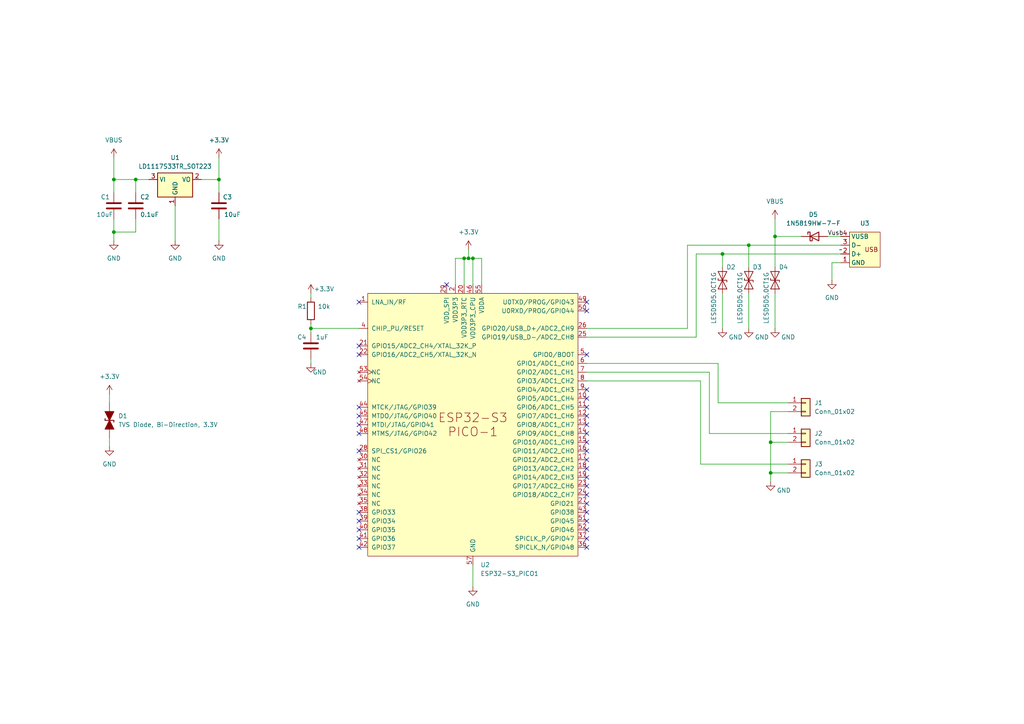
<source format=kicad_sch>
(kicad_sch (version 20230121) (generator eeschema)
  (paper "A4")
  (title_block (title "MoozyNano") (date "2023-07-21") (rev "0.1") (company "Author : Laurent Claude - www.Moozy.click") (comment 1 "License : Open Source Hardware - CC BY-SA 4.0"))
  (lib_symbols
    (symbol "1_Laurent_Librairie:PCB_USC-connector"
      (property "Reference" "U" (at 0 0 0))
      (symbol "PCB_USC-connector_1_1"
        (rectangle (start 2.54 5.08) (end 11.43 -5.08) (fill (type background)))
        (rectangle (start 8.89 0) (end 8.89 0))
        (text "USB" (at 8.89 0 0) (effects (font (size 1.27 1.27))))
        (pin power_in line (at 0 3.81 0) (length 2.54) (name "GND") (number "1"))
        (pin bidirectional line (at 0 1.27 0) (length 2.54) (name "D+") (number "2"))
        (pin bidirectional line (at 0 -1.27 0) (length 2.54) (name "D-") (number "3"))
        (pin power_in line (at 0 -3.81 0) (length 2.54) (name "VUSB") (number "4"))
      )
    )
    (symbol "Connector_Generic:Conn_01x02" (pin_names (offset 1.016) hide)
      (property "Reference" "J" (at 0 2.54 0))
      (property "Value" "Conn_01x02" (at 0 -5.08 0))
      (symbol "Conn_01x02_1_1"
        (rectangle (start -1.27 -2.413) (end 0 -2.667) (stroke (width 0.1524)))
        (rectangle (start -1.27 0.127) (end 0 -0.127) (stroke (width 0.1524)))
        (rectangle (start -1.27 1.27) (end 1.27 -3.81) (stroke (width 0.254)) (fill (type background)))
        (pin passive line (at -5.08 0 0) (length 3.81) (name "Pin_1") (number "1"))
        (pin passive line (at -5.08 -2.54 0) (length 3.81) (name "Pin_2") (number "2"))
      )
    )
    (symbol "Device:C" (pin_numbers hide) (pin_names (offset 0.254))
      (property "Reference" "C" (at 0.635 2.54 0))
      (property "Value" "C" (at 0.635 -2.54 0))
      (symbol "C_0_1"
        (polyline (pts (xy -2.032 -0.762) (xy 2.032 -0.762)) (stroke (width 0.508)))
        (polyline (pts (xy -2.032 0.762) (xy 2.032 0.762)) (stroke (width 0.508)))
      )
      (symbol "C_1_1"
        (pin passive line (at 0 3.81 270) (length 2.794) (name "~") (number "1"))
        (pin passive line (at 0 -3.81 90) (length 2.794) (name "~") (number "2"))
      )
    )
    (symbol "Device:R" (pin_numbers hide) (pin_names (offset 0))
      (property "Reference" "R" (at 2.032 0 90))
      (property "Value" "R" (at 0 0 90))
      (symbol "R_0_1"
        (rectangle (start -1.016 -2.54) (end 1.016 2.54) (stroke (width 0.254)))
      )
      (symbol "R_1_1"
        (pin passive line (at 0 3.81 270) (length 1.27) (name "~") (number "1"))
        (pin passive line (at 0 -3.81 90) (length 1.27) (name "~") (number "2"))
      )
    )
    (symbol "Diode:1N5819" (pin_numbers hide) (pin_names (offset 1.016) hide)
      (property "Reference" "D" (at 0 2.54 0))
      (property "Value" "1N5819" (at 0 -2.54 0))
      (symbol "1N5819_0_1"
        (polyline (pts (xy 1.27 0) (xy -1.27 0)))
        (polyline (pts (xy 1.27 1.27) (xy 1.27 -1.27) (xy -1.27 0) (xy 1.27 1.27)) (stroke (width 0.254)))
        (polyline (pts (xy -1.905 0.635) (xy -1.905 1.27) (xy -1.27 1.27) (xy -1.27 -1.27) (xy -0.635 -1.27) (xy -0.635 -0.635)) (stroke (width 0.254)))
      )
      (symbol "1N5819_1_1"
        (pin passive line (at -3.81 0 0) (length 2.54) (name "K") (number "1"))
        (pin passive line (at 3.81 0 180) (length 2.54) (name "A") (number "2"))
      )
    )
    (symbol "Diode:ESD9B5.0ST5G" (pin_numbers hide) (pin_names (offset 1.016) hide)
      (property "Reference" "D" (at 0 2.54 0))
      (property "Value" "ESD9B5.0ST5G" (at 0 -2.54 0))
      (symbol "ESD9B5.0ST5G_0_1"
        (polyline (pts (xy 1.27 0) (xy -1.27 0)))
        (polyline (pts (xy -2.54 -1.27) (xy 0 0) (xy -2.54 1.27) (xy -2.54 -1.27)) (stroke (width 0.2032)))
        (polyline (pts (xy 0.508 1.27) (xy 0 1.27) (xy 0 -1.27) (xy -0.508 -1.27)) (stroke (width 0.2032)))
        (polyline (pts (xy 2.54 1.27) (xy 2.54 -1.27) (xy 0 0) (xy 2.54 1.27)) (stroke (width 0.2032)))
      )
      (symbol "ESD9B5.0ST5G_1_1"
        (pin passive line (at -3.81 0 0) (length 2.54) (name "A1") (number "1"))
        (pin passive line (at 3.81 0 180) (length 2.54) (name "A2") (number "2"))
      )
    )
    (symbol "PCM_Diode_TVS_AKL:D_TVS_Bidirectional_Generic" (pin_numbers hide) (pin_names (offset 1.016) hide)
      (property "Reference" "D" (at 0 5.08 0))
      (property "Value" "D_TVS_Bidirectional_Generic" (at 0 2.54 0))
      (symbol "D_TVS_Bidirectional_Generic_0_1"
        (polyline (pts (xy 0 -1.27) (xy -0.508 -1.27)) (stroke (width 0.254)))
        (polyline (pts (xy 0 1.27) (xy 0 -1.27)) (stroke (width 0.254)))
        (polyline (pts (xy 0 1.27) (xy 0.508 1.27)) (stroke (width 0.254)))
        (polyline (pts (xy 1.27 0) (xy -1.27 0)))
        (polyline (pts (xy 0 0) (xy -2.54 1.27) (xy -2.54 -1.27) (xy 0 0)) (stroke (width 0.254)) (fill (type outline)))
        (polyline (pts (xy 2.54 1.27) (xy 2.54 -1.27) (xy 0 0) (xy 2.54 1.27)) (stroke (width 0.254)) (fill (type outline)))
      )
      (symbol "D_TVS_Bidirectional_Generic_1_1"
        (pin passive line (at -5.08 0 0) (length 2.54) (name "K") (number "1"))
        (pin passive line (at 5.08 0 180) (length 2.54) (name "A") (number "2"))
      )
    )
    (symbol "PCM_Espressif:ESP32-S3_PICO1" (pin_names (offset 1.016))
      (property "Reference" "U" (at -30.48 43.18 0))
      (property "Value" "ESP32-S3_PICO1" (at -30.48 40.64 0))
      (symbol "ESP32-S3_PICO1_0_0"
        (pin bidirectional line (at 33.02 -35.56 180) (length 2.54) (name "SPICLK_N/GPIO48") (number "36"))
        (pin bidirectional line (at 33.02 -33.02 180) (length 2.54) (name "SPICLK_P/GPIO47") (number "37"))
      )
      (symbol "ESP32-S3_PICO1_0_1"
        (rectangle (start -30.48 38.1) (end 30.48 -38.1) (fill (type background)))
      )
      (symbol "ESP32-S3_PICO1_1_0"
        (text "ESP32-S3\nPICO-1" (at 0 0 0) (effects (font (size 2.54 2.54))))
      )
      (symbol "ESP32-S3_PICO1_1_1"
        (pin bidirectional line (at -33.02 35.56 0) (length 2.54) (name "LNA_IN/RF") (number "1"))
        (pin bidirectional line (at 33.02 7.62 180) (length 2.54) (name "GPIO5/ADC1_CH4") (number "10"))
        (pin bidirectional line (at 33.02 5.08 180) (length 2.54) (name "GPIO6/ADC1_CH5") (number "11"))
        (pin bidirectional line (at 33.02 2.54 180) (length 2.54) (name "GPIO7/ADC1_CH6") (number "12"))
        (pin bidirectional line (at 33.02 0 180) (length 2.54) (name "GPIO8/ADC1_CH7") (number "13"))
        (pin bidirectional line (at 33.02 -2.54 180) (length 2.54) (name "GPIO9/ADC1_CH8") (number "14"))
        (pin bidirectional line (at 33.02 -5.08 180) (length 2.54) (name "GPIO10/ADC1_CH9") (number "15"))
        (pin bidirectional line (at 33.02 -7.62 180) (length 2.54) (name "GPIO11/ADC2_CH0") (number "16"))
        (pin bidirectional line (at 33.02 -10.16 180) (length 2.54) (name "GPIO12/ADC2_CH1") (number "17"))
        (pin bidirectional line (at 33.02 -12.7 180) (length 2.54) (name "GPIO13/ADC2_CH2") (number "18"))
        (pin bidirectional line (at 33.02 -15.24 180) (length 2.54) (name "GPIO14/ADC2_CH3") (number "19"))
        (pin power_in line (at -5.08 40.64 270) (length 2.54) (name "VDD3P3") (number "2"))
        (pin power_in line (at -2.54 40.64 270) (length 2.54) (name "VDD3P3_RTC") (number "20"))
        (pin bidirectional line (at -33.02 22.86 0) (length 2.54) (name "GPIO15/ADC2_CH4/XTAL_32K_P") (number "21"))
        (pin bidirectional line (at -33.02 20.32 0) (length 2.54) (name "GPIO16/ADC2_CH5/XTAL_32K_N") (number "22"))
        (pin bidirectional line (at 33.02 -17.78 180) (length 2.54) (name "GPIO17/ADC2_CH6") (number "23"))
        (pin bidirectional line (at 33.02 -20.32 180) (length 2.54) (name "GPIO18/ADC2_CH7") (number "24"))
        (pin bidirectional line (at 33.02 25.4 180) (length 2.54) (name "GPIO19/USB_D-/ADC2_CH8") (number "25"))
        (pin bidirectional line (at 33.02 27.94 180) (length 2.54) (name "GPIO20/USB_D+/ADC2_CH9") (number "26"))
        (pin bidirectional line (at 33.02 -22.86 180) (length 2.54) (name "GPIO21") (number "27"))
        (pin bidirectional line (at -33.02 -7.62 0) (length 2.54) (name "SPI_CS1/GPIO26") (number "28"))
        (pin power_out line (at -7.62 40.64 270) (length 2.54) (name "VDD_SPI") (number "29"))
        (pin power_in line (at -5.08 40.64 270) (length 2.54) hide (name "VDD3P3") (number "3"))
        (pin no_connect line (at -33.02 -10.16 0) (length 2.54) (name "NC") (number "30"))
        (pin no_connect line (at -33.02 -12.7 0) (length 2.54) (name "NC") (number "31"))
        (pin no_connect line (at -33.02 -15.24 0) (length 2.54) (name "NC") (number "32"))
        (pin no_connect line (at -33.02 -17.78 0) (length 2.54) (name "NC") (number "33"))
        (pin no_connect line (at -33.02 -20.32 0) (length 2.54) (name "NC") (number "34"))
        (pin no_connect line (at -33.02 -22.86 0) (length 2.54) (name "NC") (number "35"))
        (pin bidirectional line (at -33.02 -25.4 0) (length 2.54) (name "GPIO33") (number "38"))
        (pin bidirectional line (at -33.02 -27.94 0) (length 2.54) (name "GPIO34") (number "39"))
        (pin input line (at -33.02 27.94 0) (length 2.54) (name "CHIP_PU/RESET") (number "4"))
        (pin bidirectional line (at -33.02 -30.48 0) (length 2.54) (name "GPIO35") (number "40"))
        (pin bidirectional line (at -33.02 -33.02 0) (length 2.54) (name "GPIO36") (number "41"))
        (pin bidirectional line (at -33.02 -35.56 0) (length 2.54) (name "GPIO37") (number "42"))
        (pin bidirectional line (at 33.02 -25.4 180) (length 2.54) (name "GPIO38") (number "43"))
        (pin bidirectional line (at -33.02 5.08 0) (length 2.54) (name "MTCK/JTAG/GPIO39") (number "44"))
        (pin bidirectional line (at -33.02 2.54 0) (length 2.54) (name "MTDO/JTAG/GPIO40") (number "45"))
        (pin power_in line (at 0 40.64 270) (length 2.54) (name "VDD3P3_CPU") (number "46"))
        (pin bidirectional line (at -33.02 0 0) (length 2.54) (name "MTDI/JTAG/GPIO41") (number "47"))
        (pin bidirectional line (at -33.02 -2.54 0) (length 2.54) (name "MTMS/JTAG/GPIO42") (number "48"))
        (pin bidirectional line (at 33.02 35.56 180) (length 2.54) (name "U0TXD/PROG/GPIO43") (number "49"))
        (pin bidirectional line (at 33.02 20.32 180) (length 2.54) (name "GPIO0/BOOT") (number "5"))
        (pin bidirectional line (at 33.02 33.02 180) (length 2.54) (name "U0RXD/PROG/GPIO44") (number "50"))
        (pin bidirectional line (at 33.02 -27.94 180) (length 2.54) (name "GPIO45") (number "51"))
        (pin bidirectional line (at 33.02 -30.48 180) (length 2.54) (name "GPIO46") (number "52"))
        (pin no_connect clock (at -33.02 15.24 0) (length 2.54) (name "NC") (number "53"))
        (pin no_connect clock (at -33.02 12.7 0) (length 2.54) (name "NC") (number "54"))
        (pin power_in line (at 2.54 40.64 270) (length 2.54) (name "VDDA") (number "55"))
        (pin passive line (at 2.54 40.64 270) (length 2.54) hide (name "VDDA") (number "56"))
        (pin power_in line (at 0 -40.64 90) (length 2.54) (name "GND") (number "57"))
        (pin bidirectional line (at 33.02 17.78 180) (length 2.54) (name "GPIO1/ADC1_CH0") (number "6"))
        (pin bidirectional line (at 33.02 15.24 180) (length 2.54) (name "GPIO2/ADC1_CH1") (number "7"))
        (pin bidirectional line (at 33.02 12.7 180) (length 2.54) (name "GPIO3/ADC1_CH2") (number "8"))
        (pin bidirectional line (at 33.02 10.16 180) (length 2.54) (name "GPIO4/ADC1_CH3") (number "9"))
      )
    )
    (symbol "Regulator_Linear:LD1117S33TR_SOT223"
      (property "Reference" "U" (at -3.81 3.175 0))
      (property "Value" "LD1117S33TR_SOT223" (at 0 3.175 0))
      (symbol "LD1117S33TR_SOT223_0_1"
        (rectangle (start -5.08 -5.08) (end 5.08 1.905) (stroke (width 0.254)) (fill (type background)))
      )
      (symbol "LD1117S33TR_SOT223_1_1"
        (pin power_in line (at 0 -7.62 90) (length 2.54) (name "GND") (number "1"))
        (pin power_out line (at 7.62 0 180) (length 2.54) (name "VO") (number "2"))
        (pin power_in line (at -7.62 0 0) (length 2.54) (name "VI") (number "3"))
      )
    )
    (symbol "power:+3.3V" (power) (pin_names (offset 0))
      (property "Value" "+3.3V" (at 0 3.556 0))
      (symbol "+3.3V_0_1"
        (polyline (pts (xy -0.762 1.27) (xy 0 2.54)))
        (polyline (pts (xy 0 0) (xy 0 2.54)))
        (polyline (pts (xy 0 2.54) (xy 0.762 1.27)))
      )
      (symbol "+3.3V_1_1"
        (pin power_in line (at 0 0 90) (length 0) hide (name "+3.3V") (number "1"))
      )
    )
    (symbol "power:GND" (power) (pin_names (offset 0))
      (property "Value" "GND" (at 0 -3.81 0))
      (symbol "GND_0_1"
        (polyline (pts (xy 0 0) (xy 0 -1.27) (xy 1.27 -1.27) (xy 0 -2.54) (xy -1.27 -1.27) (xy 0 -1.27)))
      )
      (symbol "GND_1_1"
        (pin power_in line (at 0 0 270) (length 0) hide (name "GND") (number "1"))
      )
    )
    (symbol "power:VBUS" (power) (pin_names (offset 0))
      (property "Value" "VBUS" (at 0 3.81 0))
      (symbol "VBUS_0_1"
        (polyline (pts (xy -0.762 1.27) (xy 0 2.54)))
        (polyline (pts (xy 0 0) (xy 0 2.54)))
        (polyline (pts (xy 0 2.54) (xy 0.762 1.27)))
      )
      (symbol "VBUS_1_1"
        (pin power_in line (at 0 0 90) (length 0) hide (name "VBUS") (number "1"))
      )
    )
  )
  (junction (at 223.52 128.27))
  (junction (at 135.89 74.93))
  (junction (at 33.02 52.07))
  (junction (at 90.17 95.25))
  (junction (at 63.5 52.07))
  (junction (at 209.55 73.66))
  (junction (at 217.17 71.12))
  (junction (at 137.16 74.93))
  (junction (at 39.37 52.07))
  (junction (at 134.62 74.93))
  (junction (at 224.79 68.58))
  (junction (at 223.52 137.16))
  (junction (at 33.02 67.31))
  (no_connect (at 170.18 128.27))
  (no_connect (at 104.14 151.13))
  (no_connect (at 129.54 82.55))
  (no_connect (at 104.14 156.21))
  (no_connect (at 170.18 125.73))
  (no_connect (at 170.18 153.67))
  (no_connect (at 104.14 123.19))
  (no_connect (at 170.18 143.51))
  (no_connect (at 170.18 120.65))
  (no_connect (at 170.18 90.17))
  (no_connect (at 104.14 130.81))
  (no_connect (at 170.18 140.97))
  (no_connect (at 104.14 102.87))
  (no_connect (at 170.18 133.35))
  (no_connect (at 170.18 135.89))
  (no_connect (at 170.18 87.63))
  (no_connect (at 104.14 120.65))
  (no_connect (at 170.18 138.43))
  (no_connect (at 170.18 102.87))
  (no_connect (at 104.14 153.67))
  (no_connect (at 170.18 113.03))
  (no_connect (at 170.18 130.81))
  (no_connect (at 170.18 151.13))
  (no_connect (at 170.18 146.05))
  (no_connect (at 170.18 148.59))
  (no_connect (at 170.18 123.19))
  (no_connect (at 170.18 158.75))
  (no_connect (at 170.18 118.11))
  (no_connect (at 104.14 158.75))
  (no_connect (at 104.14 148.59))
  (no_connect (at 170.18 156.21))
  (no_connect (at 104.14 125.73))
  (no_connect (at 170.18 115.57))
  (no_connect (at 104.14 87.63))
  (no_connect (at 104.14 118.11))
  (no_connect (at 104.14 100.33))
  (wire (pts (xy 208.28 116.84) (xy 228.6 116.84)))
  (wire (pts (xy 90.17 93.98) (xy 90.17 95.25)))
  (wire (pts (xy 205.74 125.73) (xy 228.6 125.73)))
  (wire (pts (xy 199.39 71.12) (xy 199.39 95.25)))
  (wire (pts (xy 170.18 97.79) (xy 201.93 97.79)))
  (wire (pts (xy 203.2 110.49) (xy 203.2 134.62)))
  (wire (pts (xy 33.02 45.72) (xy 33.02 52.07)))
  (wire (pts (xy 228.6 128.27) (xy 223.52 128.27)))
  (wire (pts (xy 134.62 74.93) (xy 132.08 74.93)))
  (wire (pts (xy 201.93 73.66) (xy 201.93 97.79)))
  (wire (pts (xy 217.17 85.09) (xy 217.17 95.25)))
  (wire (pts (xy 224.79 68.58) (xy 232.41 68.58)))
  (wire (pts (xy 240.03 68.58) (xy 243.84 68.58)))
  (wire (pts (xy 139.7 82.55) (xy 139.7 74.93)))
  (wire (pts (xy 33.02 52.07) (xy 33.02 55.88)))
  (wire (pts (xy 135.89 74.93) (xy 134.62 74.93)))
  (wire (pts (xy 243.84 76.2) (xy 241.3 76.2)))
  (wire (pts (xy 228.6 137.16) (xy 223.52 137.16)))
  (wire (pts (xy 50.8 59.69) (xy 50.8 69.85)))
  (wire (pts (xy 170.18 110.49) (xy 203.2 110.49)))
  (wire (pts (xy 208.28 105.41) (xy 208.28 116.84)))
  (wire (pts (xy 241.3 76.2) (xy 241.3 81.28)))
  (wire (pts (xy 58.42 52.07) (xy 63.5 52.07)))
  (wire (pts (xy 170.18 95.25) (xy 199.39 95.25)))
  (wire (pts (xy 39.37 52.07) (xy 43.18 52.07)))
  (wire (pts (xy 217.17 71.12) (xy 243.84 71.12)))
  (wire (pts (xy 223.52 119.38) (xy 223.52 128.27)))
  (wire (pts (xy 203.2 134.62) (xy 228.6 134.62)))
  (wire (pts (xy 217.17 71.12) (xy 217.17 77.47)))
  (wire (pts (xy 90.17 95.25) (xy 104.14 95.25)))
  (wire (pts (xy 39.37 55.88) (xy 39.37 52.07)))
  (wire (pts (xy 63.5 45.72) (xy 63.5 52.07)))
  (wire (pts (xy 224.79 68.58) (xy 224.79 77.47)))
  (wire (pts (xy 199.39 71.12) (xy 217.17 71.12)))
  (wire (pts (xy 209.55 73.66) (xy 209.55 77.47)))
  (wire (pts (xy 137.16 163.83) (xy 137.16 170.18)))
  (wire (pts (xy 132.08 74.93) (xy 132.08 82.55)))
  (wire (pts (xy 170.18 107.95) (xy 205.74 107.95)))
  (wire (pts (xy 209.55 73.66) (xy 243.84 73.66)))
  (wire (pts (xy 137.16 74.93) (xy 139.7 74.93)))
  (wire (pts (xy 33.02 67.31) (xy 33.02 69.85)))
  (wire (pts (xy 63.5 63.5) (xy 63.5 69.85)))
  (wire (pts (xy 31.75 127) (xy 31.75 129.54)))
  (wire (pts (xy 224.79 85.09) (xy 224.79 95.25)))
  (wire (pts (xy 39.37 63.5) (xy 39.37 67.31)))
  (wire (pts (xy 209.55 85.09) (xy 209.55 95.25)))
  (wire (pts (xy 90.17 85.09) (xy 90.17 86.36)))
  (wire (pts (xy 137.16 82.55) (xy 137.16 74.93)))
  (wire (pts (xy 224.79 63.5) (xy 224.79 68.58)))
  (wire (pts (xy 90.17 96.52) (xy 90.17 95.25)))
  (wire (pts (xy 31.75 114.3) (xy 31.75 116.84)))
  (wire (pts (xy 63.5 52.07) (xy 63.5 55.88)))
  (wire (pts (xy 205.74 107.95) (xy 205.74 125.73)))
  (wire (pts (xy 228.6 119.38) (xy 223.52 119.38)))
  (wire (pts (xy 201.93 73.66) (xy 209.55 73.66)))
  (wire (pts (xy 135.89 72.39) (xy 135.89 74.93)))
  (wire (pts (xy 39.37 52.07) (xy 33.02 52.07)))
  (wire (pts (xy 137.16 74.93) (xy 135.89 74.93)))
  (wire (pts (xy 223.52 137.16) (xy 223.52 139.7)))
  (wire (pts (xy 33.02 63.5) (xy 33.02 67.31)))
  (wire (pts (xy 134.62 74.93) (xy 134.62 82.55)))
  (wire (pts (xy 223.52 128.27) (xy 223.52 137.16)))
  (wire (pts (xy 90.17 104.14) (xy 90.17 105.41)))
  (wire (pts (xy 170.18 105.41) (xy 208.28 105.41)))
  (wire (pts (xy 39.37 67.31) (xy 33.02 67.31)))
  (label "Vusb" (at 240.03 68.58 0))
  (symbol (lib_id "power:GND") (at 217.17 95.25 0) (unit 1)
    (property "Reference" "#PWR017" (effects hide))
    (property "Value" "GND" (at 220.98 97.79 0))
  )
  (symbol (lib_id "power:GND") (at 33.02 69.85 0) (unit 1)
    (property "Reference" "#PWR02" (effects hide))
    (property "Value" "GND" (at 33.02 74.93 0))
  )
  (symbol (lib_id "PCM_Espressif:ESP32-S3_PICO1") (at 137.16 123.19 0) (unit 1)
    (property "Reference" "U2" (at 139.3541 163.83 0) (effects (justify left)))
    (property "Value" "ESP32-S3_PICO1" (at 139.3541 166.37 0) (effects (justify left)))
    (property "Footprint" "Package_DFN_QFN:QFN-56-1EP_7x7mm_P0.4mm_EP5.6x5.6mm" (effects hide))
    (property "Datasheet" "https://www.espressif.com/sites/default/files/documentation/esp32-s3-pico-1_datasheet_en.pdf" (effects hide))
  )
  (symbol (lib_id "Device:C") (at 90.17 100.33 180) (unit 1)
    (property "Reference" "C4" (at 88.9 97.79 0) (effects (justify left)))
    (property "Value" "1uF" (at 95.25 97.79 0) (effects (justify left)))
    (property "Footprint" "Capacitor_SMD:C_0805_2012Metric_Pad1.18x1.45mm_HandSolder" (effects hide))
  )
  (symbol (lib_id "Diode:ESD9B5.0ST5G") (at 217.17 81.28 270) (unit 1)
    (property "Reference" "D3" (at 220.98 77.47 90) (effects (justify right)))
    (property "Value" "LESD5D5.0CT1G" (at 214.63 93.98 0) (effects (justify right)))
    (property "Footprint" "Diode_SMD:D_SOD-923" (effects hide))
    (property "Datasheet" "https://www.onsemi.com/pub/Collateral/ESD9B-D.PDF" (effects hide))
  )
  (symbol (lib_id "power:+3.3V") (at 63.5 45.72 0) (unit 1)
    (property "Reference" "#PWR04" (effects hide))
    (property "Value" "+3.3V" (at 63.5 40.64 0))
  )
  (symbol (lib_id "PCM_Diode_TVS_AKL:D_TVS_Bidirectional_Generic") (at 31.75 121.92 90) (unit 1)
    (property "Reference" "D1" (at 34.29 120.65 90) (effects (justify right)))
    (property "Value" "TVS Diode, Bi-Direction, 3.3V" (at 34.29 123.19 90) (effects (justify right)))
    (property "Footprint" "Diode_SMD:D_SOD-323_HandSoldering" (effects hide))
  )
  (symbol (lib_id "power:+3.3V") (at 31.75 114.3 0) (unit 1)
    (property "Reference" "#PWR06" (effects hide))
    (property "Value" "+3.3V" (at 31.75 109.22 0))
  )
  (symbol (lib_id "Connector_Generic:Conn_01x02") (at 233.68 125.73 0) (unit 1)
    (property "Reference" "J2" (at 236.22 125.73 0) (effects (justify left)))
    (property "Value" "Conn_01x02" (at 236.22 128.27 0) (effects (justify left)))
    (property "Footprint" "Connector_JST:JST_PH_B2B-PH-K_1x02_P2.00mm_Vertical" (effects hide))
  )
  (symbol (lib_id "power:GND") (at 209.55 95.25 0) (unit 1)
    (property "Reference" "#PWR016" (effects hide))
    (property "Value" "GND" (at 213.36 97.79 0))
  )
  (symbol (lib_id "power:GND") (at 137.16 170.18 0) (unit 1)
    (property "Reference" "#PWR015" (effects hide))
    (property "Value" "GND" (at 137.16 175.26 0))
  )
  (symbol (lib_id "power:VBUS") (at 33.02 45.72 0) (unit 1)
    (property "Reference" "#PWR01" (effects hide))
    (property "Value" "VBUS" (at 33.02 40.64 0))
  )
  (symbol (lib_id "Device:C") (at 39.37 59.69 0) (unit 1)
    (property "Reference" "C2" (at 40.64 57.15 0) (effects (justify left)))
    (property "Value" "0.1uF" (at 40.64 62.23 0) (effects (justify left)))
    (property "Footprint" "Capacitor_SMD:C_0805_2012Metric_Pad1.18x1.45mm_HandSolder" (effects hide))
  )
  (symbol (lib_id "power:GND") (at 241.3 81.28 0) (mirror y) (unit 1)
    (property "Reference" "#PWR021" (effects hide))
    (property "Value" "GND" (at 241.3 86.36 0))
  )
  (symbol (lib_id "1_Laurent_Librairie:PCB_USC-connector") (at 243.84 72.39 0) (mirror x) (unit 1)
    (property "Reference" "U3" (at 250.825 64.77 0))
    (property "Value" "~" (at 243.84 72.39 0))
    (property "Footprint" "1_Laurent_Librairie:PCB_USB_Connector" (effects hide))
  )
  (symbol (lib_id "power:+3.3V") (at 135.89 72.39 0) (unit 1)
    (property "Reference" "#PWR010" (effects hide))
    (property "Value" "+3.3V" (at 135.89 67.31 0))
  )
  (symbol (lib_id "power:GND") (at 224.79 95.25 0) (unit 1)
    (property "Reference" "#PWR020" (effects hide))
    (property "Value" "GND" (at 228.6 97.79 0))
  )
  (symbol (lib_id "Diode:1N5819") (at 236.22 68.58 0) (unit 1)
    (property "Reference" "D5" (at 235.9025 62.23 0))
    (property "Value" "1N5819HW-7-F" (at 235.9025 64.77 0))
    (property "Footprint" "Diode_SMD:D_SOD-123" (effects hide))
    (property "Datasheet" "http://www.vishay.com/docs/88525/1n5817.pdf" (effects hide))
  )
  (symbol (lib_id "power:GND") (at 31.75 129.54 0) (unit 1)
    (property "Reference" "#PWR07" (effects hide))
    (property "Value" "GND" (at 31.75 134.62 0))
  )
  (symbol (lib_id "Device:C") (at 33.02 59.69 0) (unit 1)
    (property "Reference" "C1" (at 29.21 57.15 0) (effects (justify left)))
    (property "Value" "10uF" (at 27.94 62.23 0) (effects (justify left)))
    (property "Footprint" "Capacitor_SMD:C_0805_2012Metric_Pad1.18x1.45mm_HandSolder" (effects hide))
  )
  (symbol (lib_id "Diode:ESD9B5.0ST5G") (at 209.55 81.28 270) (unit 1)
    (property "Reference" "D2" (at 213.36 77.47 90) (effects (justify right)))
    (property "Value" "LESD5D5.0CT1G" (at 207.01 93.98 0) (effects (justify right)))
    (property "Footprint" "Diode_SMD:D_SOD-923" (effects hide))
    (property "Datasheet" "https://www.onsemi.com/pub/Collateral/ESD9B-D.PDF" (effects hide))
  )
  (symbol (lib_id "power:GND") (at 223.52 139.7 0) (unit 1)
    (property "Reference" "#PWR018" (effects hide))
    (property "Value" "GND" (at 227.33 142.24 0))
  )
  (symbol (lib_id "Diode:ESD9B5.0ST5G") (at 224.79 81.28 270) (unit 1)
    (property "Reference" "D4" (at 228.6 77.47 90) (effects (justify right)))
    (property "Value" "LESD5D5.0CT1G" (at 222.25 93.98 0) (effects (justify right)))
    (property "Footprint" "Diode_SMD:D_SOD-923" (effects hide))
    (property "Datasheet" "https://www.onsemi.com/pub/Collateral/ESD9B-D.PDF" (effects hide))
  )
  (symbol (lib_id "Connector_Generic:Conn_01x02") (at 233.68 116.84 0) (unit 1)
    (property "Reference" "J1" (at 236.22 116.84 0) (effects (justify left)))
    (property "Value" "Conn_01x02" (at 236.22 119.38 0) (effects (justify left)))
    (property "Footprint" "Connector_JST:JST_PH_B2B-PH-K_1x02_P2.00mm_Vertical" (effects hide))
  )
  (symbol (lib_id "power:VBUS") (at 224.79 63.5 0) (unit 1)
    (property "Reference" "#PWR019" (effects hide))
    (property "Value" "VBUS" (at 224.79 58.42 0))
  )
  (symbol (lib_id "power:+3.3V") (at 90.17 85.09 0) (unit 1)
    (property "Reference" "#PWR08" (effects hide))
    (property "Value" "+3.3V" (at 93.98 83.82 0))
  )
  (symbol (lib_id "Regulator_Linear:LD1117S33TR_SOT223") (at 50.8 52.07 0) (unit 1)
    (property "Reference" "U1" (at 50.8 45.72 0))
    (property "Value" "LD1117S33TR_SOT223" (at 50.8 48.26 0))
    (property "Footprint" "Package_TO_SOT_SMD:SOT-223-3_TabPin2" (effects hide))
    (property "Datasheet" "http://www.st.com/st-web-ui/static/active/en/resource/technical/document/datasheet/CD00000544.pdf" (effects hide))
  )
  (symbol (lib_id "Device:R") (at 90.17 90.17 0) (unit 1)
    (property "Reference" "R1" (at 87.63 88.9 0))
    (property "Value" "10k" (at 93.98 88.9 0))
    (property "Footprint" "Resistor_SMD:R_0805_2012Metric_Pad1.20x1.40mm_HandSolder" (effects hide))
  )
  (symbol (lib_id "Connector_Generic:Conn_01x02") (at 233.68 134.62 0) (unit 1)
    (property "Reference" "J3" (at 236.22 134.62 0) (effects (justify left)))
    (property "Value" "Conn_01x02" (at 236.22 137.16 0) (effects (justify left)))
    (property "Footprint" "Connector_JST:JST_PH_B2B-PH-K_1x02_P2.00mm_Vertical" (effects hide))
  )
  (symbol (lib_id "power:GND") (at 63.5 69.85 0) (unit 1)
    (property "Reference" "#PWR05" (effects hide))
    (property "Value" "GND" (at 63.5 74.93 0))
  )
  (symbol (lib_id "Device:C") (at 63.5 59.69 180) (unit 1)
    (property "Reference" "C3" (at 67.31 57.15 0) (effects (justify left)))
    (property "Value" "10uF" (at 69.85 62.23 0) (effects (justify left)))
    (property "Footprint" "Capacitor_SMD:C_0805_2012Metric_Pad1.18x1.45mm_HandSolder" (effects hide))
  )
  (symbol (lib_id "power:GND") (at 90.17 105.41 0) (unit 1)
    (property "Reference" "#PWR09" (effects hide))
    (property "Value" "GND" (at 92.71 107.95 0))
  )
  (symbol (lib_id "power:GND") (at 50.8 69.85 0) (unit 1)
    (property "Reference" "#PWR03" (effects hide))
    (property "Value" "GND" (at 50.8 74.93 0))
  )
)
</source>
